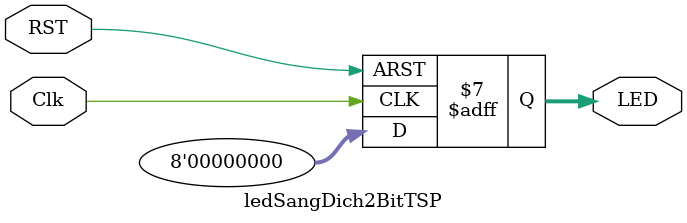
<source format=v>

`timescale 1ns/1ps

module ledSangDich2BitTSP (
    input Clk, RST,
    output reg [7:0]LED
);

    always @ (posedge Clk or posedge RST) begin
        if (RST) 
            LED = 8'b0000_0000;
        else if (LED == 8'hFF)
            LED = 8'b0000_0000;
        else
            LED = LED >> 2 + 8'b1100_0000;
    end

endmodule

</source>
